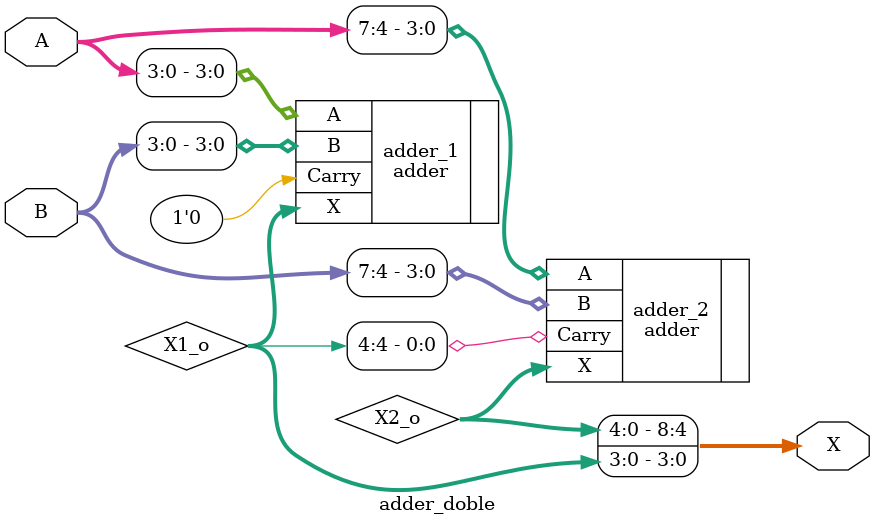
<source format=sv>
`timescale 1ns/1ps

module adder_doble (
    input logic unsigned[7 :0] A,
    input logic unsigned[7: 0] B, 
    output logic unsigned[8: 0] X
);
    wire [4 :0] X1_o;
    wire [4 :0] X2_o;

    adder #(.DATA_W(4)) adder_1 (
        .A(A[3:0]),
        .B(B[3:0]),
        .Carry(1'b0),
        .X(X1_o)
    );
    adder #(.DATA_W(4)) adder_2 (
        .A(A[7:4]),
        .B(B[7:4]),
        .Carry(X1_o[4]),
        .X(X2_o)
    );

    assign X = {X2_o, X1_o[3:0]};
endmodule
</source>
